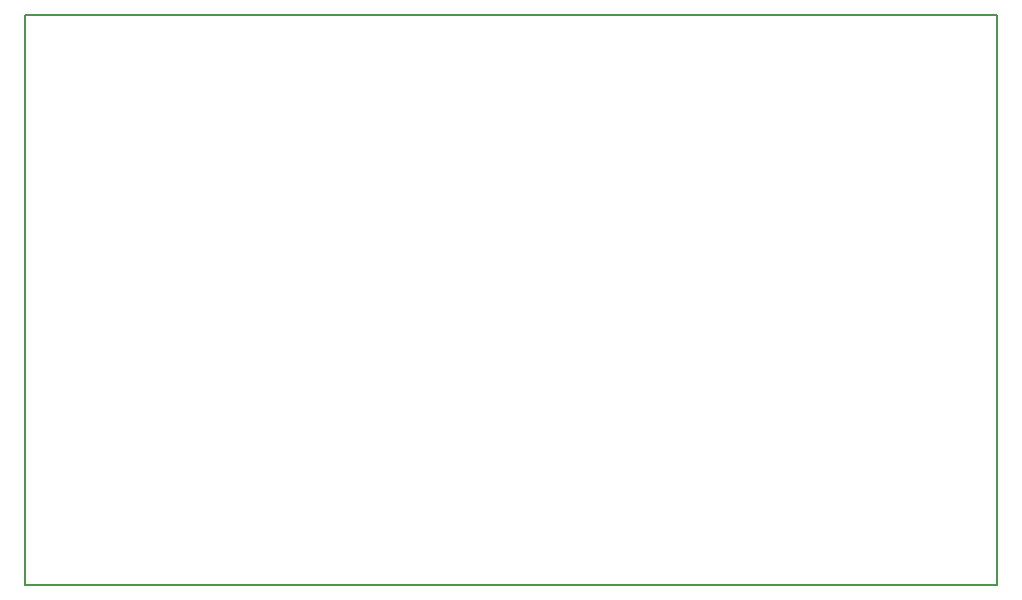
<source format=gbr>
G04 #@! TF.FileFunction,Profile,NP*
%FSLAX46Y46*%
G04 Gerber Fmt 4.6, Leading zero omitted, Abs format (unit mm)*
G04 Created by KiCad (PCBNEW 4.0.7-e2-6376~61~ubuntu18.04.1) date Thu Jul 26 12:06:53 2018*
%MOMM*%
%LPD*%
G01*
G04 APERTURE LIST*
%ADD10C,0.100000*%
%ADD11C,0.150000*%
G04 APERTURE END LIST*
D10*
D11*
X-87884000Y-57404000D02*
X-170180000Y-57404000D01*
X-87884000Y-105664000D02*
X-87884000Y-57404000D01*
X-170180000Y-105664000D02*
X-87884000Y-105664000D01*
X-170180000Y-57404000D02*
X-170180000Y-105664000D01*
M02*

</source>
